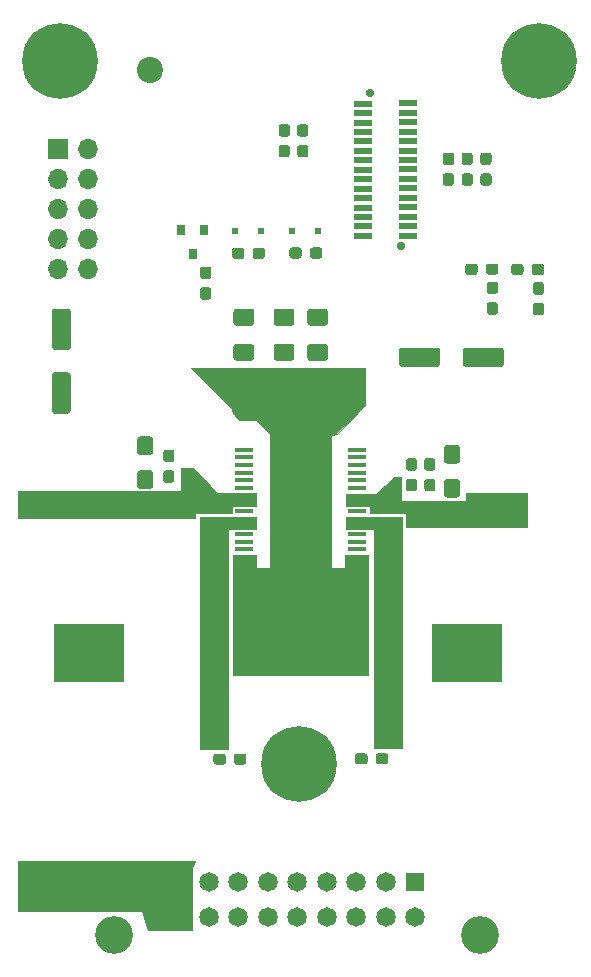
<source format=gbr>
G04 #@! TF.GenerationSoftware,KiCad,Pcbnew,(5.1.6)-1*
G04 #@! TF.CreationDate,2020-12-13T22:16:35+01:00*
G04 #@! TF.ProjectId,ETBC_2020,45544243-5f32-4303-9230-2e6b69636164,rev?*
G04 #@! TF.SameCoordinates,Original*
G04 #@! TF.FileFunction,Soldermask,Top*
G04 #@! TF.FilePolarity,Negative*
%FSLAX46Y46*%
G04 Gerber Fmt 4.6, Leading zero omitted, Abs format (unit mm)*
G04 Created by KiCad (PCBNEW (5.1.6)-1) date 2020-12-13 22:16:35*
%MOMM*%
%LPD*%
G01*
G04 APERTURE LIST*
%ADD10C,0.100000*%
%ADD11O,1.700000X1.700000*%
%ADD12R,1.700000X1.700000*%
%ADD13R,1.500000X0.550000*%
%ADD14C,0.700000*%
%ADD15C,2.200000*%
%ADD16R,1.650000X1.650000*%
%ADD17C,1.650000*%
%ADD18C,3.200000*%
%ADD19C,0.800000*%
%ADD20C,6.400000*%
%ADD21R,6.000000X5.000000*%
%ADD22R,0.800000X0.900000*%
%ADD23R,0.500000X0.500000*%
%ADD24R,1.650000X0.450000*%
%ADD25R,4.800000X5.900000*%
G04 APERTURE END LIST*
D10*
G36*
X96350000Y-68100000D02*
G01*
X93950000Y-68100000D01*
X93950000Y-86725000D01*
X91550000Y-86725000D01*
X91550000Y-67075000D01*
X96350000Y-67075000D01*
X96350000Y-68100000D01*
G37*
X96350000Y-68100000D02*
X93950000Y-68100000D01*
X93950000Y-86725000D01*
X91550000Y-86725000D01*
X91550000Y-67075000D01*
X96350000Y-67075000D01*
X96350000Y-68100000D01*
G36*
X105550000Y-57650000D02*
G01*
X103175000Y-60100000D01*
X102700000Y-60125000D01*
X102700000Y-71425000D01*
X103875000Y-71425000D01*
X103875000Y-70300000D01*
X105825000Y-70300000D01*
X105825000Y-80450000D01*
X94425000Y-80450000D01*
X94425000Y-70325000D01*
X96350000Y-70325000D01*
X96350000Y-71425000D01*
X97550000Y-71425000D01*
X97550000Y-60043750D01*
X96350000Y-58925000D01*
X94925000Y-58875000D01*
X94425000Y-58325000D01*
X94300000Y-57950000D01*
X90825000Y-54475000D01*
X105550000Y-54475000D01*
X105550000Y-57650000D01*
G37*
X105550000Y-57650000D02*
X103175000Y-60100000D01*
X102700000Y-60125000D01*
X102700000Y-71425000D01*
X103875000Y-71425000D01*
X103875000Y-70300000D01*
X105825000Y-70300000D01*
X105825000Y-80450000D01*
X94425000Y-80450000D01*
X94425000Y-70325000D01*
X96350000Y-70325000D01*
X96350000Y-71425000D01*
X97550000Y-71425000D01*
X97550000Y-60043750D01*
X96350000Y-58925000D01*
X94925000Y-58875000D01*
X94425000Y-58325000D01*
X94300000Y-57950000D01*
X90825000Y-54475000D01*
X105550000Y-54475000D01*
X105550000Y-57650000D01*
G36*
X90875000Y-96750000D02*
G01*
X90875000Y-102050000D01*
X87150000Y-102050000D01*
X86700000Y-100475000D01*
X76200000Y-100475000D01*
X76175000Y-96200000D01*
X91200000Y-96200000D01*
X90875000Y-96750000D01*
G37*
X90875000Y-96750000D02*
X90875000Y-102050000D01*
X87150000Y-102050000D01*
X86700000Y-100475000D01*
X76200000Y-100475000D01*
X76175000Y-96200000D01*
X91200000Y-96200000D01*
X90875000Y-96750000D01*
G36*
X108700000Y-86670000D02*
G01*
X106300000Y-86670000D01*
X106300000Y-68080000D01*
X103990000Y-68080000D01*
X103990000Y-67070000D01*
X108690000Y-67070000D01*
X108700000Y-86670000D01*
G37*
X108700000Y-86670000D02*
X106300000Y-86670000D01*
X106300000Y-68080000D01*
X103990000Y-68080000D01*
X103990000Y-67070000D01*
X108690000Y-67070000D01*
X108700000Y-86670000D01*
G36*
X108600000Y-65730000D02*
G01*
X114100000Y-65730000D01*
X114100000Y-65045000D01*
X119290000Y-65040000D01*
X119290000Y-67960000D01*
X109050000Y-67960000D01*
X109050000Y-66750000D01*
X105970000Y-66750000D01*
X105970000Y-66140000D01*
X103920000Y-66140000D01*
X103920000Y-65115000D01*
X106460000Y-65120000D01*
X108135000Y-63720000D01*
X108600000Y-63720000D01*
X108600000Y-65730000D01*
G37*
X108600000Y-65730000D02*
X114100000Y-65730000D01*
X114100000Y-65045000D01*
X119290000Y-65040000D01*
X119290000Y-67960000D01*
X109050000Y-67960000D01*
X109050000Y-66750000D01*
X105970000Y-66750000D01*
X105970000Y-66140000D01*
X103920000Y-66140000D01*
X103920000Y-65115000D01*
X106460000Y-65120000D01*
X108135000Y-63720000D01*
X108600000Y-63720000D01*
X108600000Y-65730000D01*
G36*
X93060000Y-65100000D02*
G01*
X96320000Y-65100000D01*
X96320000Y-66130000D01*
X94280000Y-66127500D01*
X94280000Y-66752500D01*
X91200000Y-66750000D01*
X91200000Y-67170000D01*
X76200000Y-67168750D01*
X76200000Y-64900000D01*
X89990000Y-64900000D01*
X89990000Y-62990000D01*
X90980000Y-62990000D01*
X93060000Y-65100000D01*
G37*
X93060000Y-65100000D02*
X96320000Y-65100000D01*
X96320000Y-66130000D01*
X94280000Y-66127500D01*
X94280000Y-66752500D01*
X91200000Y-66750000D01*
X91200000Y-67170000D01*
X76200000Y-67168750D01*
X76200000Y-64900000D01*
X89990000Y-64900000D01*
X89990000Y-62990000D01*
X90980000Y-62990000D01*
X93060000Y-65100000D01*
G36*
G01*
X111925000Y-53025000D02*
X111925000Y-54125000D01*
G75*
G02*
X111675000Y-54375000I-250000J0D01*
G01*
X108675000Y-54375000D01*
G75*
G02*
X108425000Y-54125000I0J250000D01*
G01*
X108425000Y-53025000D01*
G75*
G02*
X108675000Y-52775000I250000J0D01*
G01*
X111675000Y-52775000D01*
G75*
G02*
X111925000Y-53025000I0J-250000D01*
G01*
G37*
G36*
G01*
X117325000Y-53025000D02*
X117325000Y-54125000D01*
G75*
G02*
X117075000Y-54375000I-250000J0D01*
G01*
X114075000Y-54375000D01*
G75*
G02*
X113825000Y-54125000I0J250000D01*
G01*
X113825000Y-53025000D01*
G75*
G02*
X114075000Y-52775000I250000J0D01*
G01*
X117075000Y-52775000D01*
G75*
G02*
X117325000Y-53025000I0J-250000D01*
G01*
G37*
D11*
X82115000Y-46135000D03*
X79575000Y-46135000D03*
X82115000Y-43595000D03*
X79575000Y-43595000D03*
X82115000Y-41055000D03*
X79575000Y-41055000D03*
X82115000Y-38515000D03*
X79575000Y-38515000D03*
X82115000Y-35975000D03*
D12*
X79575000Y-35975000D03*
D13*
X109175000Y-32074600D03*
X105375000Y-32100000D03*
X109175000Y-32874600D03*
X105375000Y-32900000D03*
X109175000Y-33674600D03*
X105375000Y-33700000D03*
X109175000Y-34474600D03*
X105375000Y-34500000D03*
X109175000Y-35274600D03*
X105375000Y-35300000D03*
X109175000Y-36074600D03*
X105375000Y-36100000D03*
X109175000Y-36874600D03*
X105375000Y-36900000D03*
X109175000Y-37674600D03*
X105375000Y-37700000D03*
X109175000Y-38474600D03*
X105375000Y-38500000D03*
X109175000Y-39274600D03*
X105375000Y-39300000D03*
X109175000Y-40074600D03*
X105375000Y-40100000D03*
X109175000Y-40874600D03*
X105375000Y-40900000D03*
X109175000Y-41674600D03*
X105375000Y-41700000D03*
X109175000Y-42474600D03*
X105375000Y-42500000D03*
X109175000Y-43274600D03*
X105375000Y-43300000D03*
D14*
X105975000Y-31174600D03*
X108575000Y-44174600D03*
D15*
X87363000Y-29252600D03*
G36*
G01*
X114449900Y-37302500D02*
X113974900Y-37302500D01*
G75*
G02*
X113737400Y-37065000I0J237500D01*
G01*
X113737400Y-36490000D01*
G75*
G02*
X113974900Y-36252500I237500J0D01*
G01*
X114449900Y-36252500D01*
G75*
G02*
X114687400Y-36490000I0J-237500D01*
G01*
X114687400Y-37065000D01*
G75*
G02*
X114449900Y-37302500I-237500J0D01*
G01*
G37*
G36*
G01*
X114449900Y-39052500D02*
X113974900Y-39052500D01*
G75*
G02*
X113737400Y-38815000I0J237500D01*
G01*
X113737400Y-38240000D01*
G75*
G02*
X113974900Y-38002500I237500J0D01*
G01*
X114449900Y-38002500D01*
G75*
G02*
X114687400Y-38240000I0J-237500D01*
G01*
X114687400Y-38815000D01*
G75*
G02*
X114449900Y-39052500I-237500J0D01*
G01*
G37*
D16*
X109825000Y-97975000D03*
D17*
X107325000Y-97975000D03*
X104825000Y-97975000D03*
X102325000Y-97975000D03*
X99825000Y-97975000D03*
X97325000Y-97975000D03*
X94825000Y-97975000D03*
X92325000Y-97975000D03*
X89825000Y-97975000D03*
X109825000Y-100975000D03*
X107325000Y-100975000D03*
X104825000Y-100975000D03*
D18*
X84325000Y-102475000D03*
X115325000Y-102475000D03*
D17*
X102325000Y-100975000D03*
X99825000Y-100975000D03*
X97325000Y-100975000D03*
X94825000Y-100975000D03*
X92325000Y-100975000D03*
X89825000Y-100975000D03*
D19*
X101697056Y-86302944D03*
X100000000Y-85600000D03*
X98302944Y-86302944D03*
X97600000Y-88000000D03*
X98302944Y-89697056D03*
X100000000Y-90400000D03*
X101697056Y-89697056D03*
X102400000Y-88000000D03*
D20*
X100000000Y-88000000D03*
D21*
X82200000Y-78575000D03*
X114200000Y-78575000D03*
D19*
X121997056Y-26802944D03*
X120300000Y-26100000D03*
X118602944Y-26802944D03*
X117900000Y-28500000D03*
X118602944Y-30197056D03*
X120300000Y-30900000D03*
X121997056Y-30197056D03*
X122700000Y-28500000D03*
D20*
X120300000Y-28500000D03*
D19*
X81397056Y-26802944D03*
X79700000Y-26100000D03*
X78002944Y-26802944D03*
X77300000Y-28500000D03*
X78002944Y-30197056D03*
X79700000Y-30900000D03*
X81397056Y-30197056D03*
X82100000Y-28500000D03*
D20*
X79700000Y-28500000D03*
G36*
G01*
X100537500Y-34900000D02*
X100062500Y-34900000D01*
G75*
G02*
X99825000Y-34662500I0J237500D01*
G01*
X99825000Y-34087500D01*
G75*
G02*
X100062500Y-33850000I237500J0D01*
G01*
X100537500Y-33850000D01*
G75*
G02*
X100775000Y-34087500I0J-237500D01*
G01*
X100775000Y-34662500D01*
G75*
G02*
X100537500Y-34900000I-237500J0D01*
G01*
G37*
G36*
G01*
X100537500Y-36650000D02*
X100062500Y-36650000D01*
G75*
G02*
X99825000Y-36412500I0J237500D01*
G01*
X99825000Y-35837500D01*
G75*
G02*
X100062500Y-35600000I237500J0D01*
G01*
X100537500Y-35600000D01*
G75*
G02*
X100775000Y-35837500I0J-237500D01*
G01*
X100775000Y-36412500D01*
G75*
G02*
X100537500Y-36650000I-237500J0D01*
G01*
G37*
G36*
G01*
X98962500Y-34900000D02*
X98487500Y-34900000D01*
G75*
G02*
X98250000Y-34662500I0J237500D01*
G01*
X98250000Y-34087500D01*
G75*
G02*
X98487500Y-33850000I237500J0D01*
G01*
X98962500Y-33850000D01*
G75*
G02*
X99200000Y-34087500I0J-237500D01*
G01*
X99200000Y-34662500D01*
G75*
G02*
X98962500Y-34900000I-237500J0D01*
G01*
G37*
G36*
G01*
X98962500Y-36650000D02*
X98487500Y-36650000D01*
G75*
G02*
X98250000Y-36412500I0J237500D01*
G01*
X98250000Y-35837500D01*
G75*
G02*
X98487500Y-35600000I237500J0D01*
G01*
X98962500Y-35600000D01*
G75*
G02*
X99200000Y-35837500I0J-237500D01*
G01*
X99200000Y-36412500D01*
G75*
G02*
X98962500Y-36650000I-237500J0D01*
G01*
G37*
G36*
G01*
X113350001Y-62575000D02*
X112499999Y-62575000D01*
G75*
G02*
X112250000Y-62325001I0J249999D01*
G01*
X112250000Y-61249999D01*
G75*
G02*
X112499999Y-61000000I249999J0D01*
G01*
X113350001Y-61000000D01*
G75*
G02*
X113600000Y-61249999I0J-249999D01*
G01*
X113600000Y-62325001D01*
G75*
G02*
X113350001Y-62575000I-249999J0D01*
G01*
G37*
G36*
G01*
X113350001Y-65450000D02*
X112499999Y-65450000D01*
G75*
G02*
X112250000Y-65200001I0J249999D01*
G01*
X112250000Y-64124999D01*
G75*
G02*
X112499999Y-63875000I249999J0D01*
G01*
X113350001Y-63875000D01*
G75*
G02*
X113600000Y-64124999I0J-249999D01*
G01*
X113600000Y-65200001D01*
G75*
G02*
X113350001Y-65450000I-249999J0D01*
G01*
G37*
G36*
G01*
X87380001Y-61850000D02*
X86529999Y-61850000D01*
G75*
G02*
X86280000Y-61600001I0J249999D01*
G01*
X86280000Y-60524999D01*
G75*
G02*
X86529999Y-60275000I249999J0D01*
G01*
X87380001Y-60275000D01*
G75*
G02*
X87630000Y-60524999I0J-249999D01*
G01*
X87630000Y-61600001D01*
G75*
G02*
X87380001Y-61850000I-249999J0D01*
G01*
G37*
G36*
G01*
X87380001Y-64725000D02*
X86529999Y-64725000D01*
G75*
G02*
X86280000Y-64475001I0J249999D01*
G01*
X86280000Y-63399999D01*
G75*
G02*
X86529999Y-63150000I249999J0D01*
G01*
X87380001Y-63150000D01*
G75*
G02*
X87630000Y-63399999I0J-249999D01*
G01*
X87630000Y-64475001D01*
G75*
G02*
X87380001Y-64725000I-249999J0D01*
G01*
G37*
G36*
G01*
X80400000Y-52950000D02*
X79300000Y-52950000D01*
G75*
G02*
X79050000Y-52700000I0J250000D01*
G01*
X79050000Y-49700000D01*
G75*
G02*
X79300000Y-49450000I250000J0D01*
G01*
X80400000Y-49450000D01*
G75*
G02*
X80650000Y-49700000I0J-250000D01*
G01*
X80650000Y-52700000D01*
G75*
G02*
X80400000Y-52950000I-250000J0D01*
G01*
G37*
G36*
G01*
X80400000Y-58350000D02*
X79300000Y-58350000D01*
G75*
G02*
X79050000Y-58100000I0J250000D01*
G01*
X79050000Y-55100000D01*
G75*
G02*
X79300000Y-54850000I250000J0D01*
G01*
X80400000Y-54850000D01*
G75*
G02*
X80650000Y-55100000I0J-250000D01*
G01*
X80650000Y-58100000D01*
G75*
G02*
X80400000Y-58350000I-250000J0D01*
G01*
G37*
G36*
G01*
X95925000Y-50900000D02*
X94675000Y-50900000D01*
G75*
G02*
X94425000Y-50650000I0J250000D01*
G01*
X94425000Y-49725000D01*
G75*
G02*
X94675000Y-49475000I250000J0D01*
G01*
X95925000Y-49475000D01*
G75*
G02*
X96175000Y-49725000I0J-250000D01*
G01*
X96175000Y-50650000D01*
G75*
G02*
X95925000Y-50900000I-250000J0D01*
G01*
G37*
G36*
G01*
X95925000Y-53875000D02*
X94675000Y-53875000D01*
G75*
G02*
X94425000Y-53625000I0J250000D01*
G01*
X94425000Y-52700000D01*
G75*
G02*
X94675000Y-52450000I250000J0D01*
G01*
X95925000Y-52450000D01*
G75*
G02*
X96175000Y-52700000I0J-250000D01*
G01*
X96175000Y-53625000D01*
G75*
G02*
X95925000Y-53875000I-250000J0D01*
G01*
G37*
G36*
G01*
X100927200Y-52450000D02*
X102177200Y-52450000D01*
G75*
G02*
X102427200Y-52700000I0J-250000D01*
G01*
X102427200Y-53625000D01*
G75*
G02*
X102177200Y-53875000I-250000J0D01*
G01*
X100927200Y-53875000D01*
G75*
G02*
X100677200Y-53625000I0J250000D01*
G01*
X100677200Y-52700000D01*
G75*
G02*
X100927200Y-52450000I250000J0D01*
G01*
G37*
G36*
G01*
X100927200Y-49475000D02*
X102177200Y-49475000D01*
G75*
G02*
X102427200Y-49725000I0J-250000D01*
G01*
X102427200Y-50650000D01*
G75*
G02*
X102177200Y-50900000I-250000J0D01*
G01*
X100927200Y-50900000D01*
G75*
G02*
X100677200Y-50650000I0J250000D01*
G01*
X100677200Y-49725000D01*
G75*
G02*
X100927200Y-49475000I250000J0D01*
G01*
G37*
G36*
G01*
X98075000Y-52450000D02*
X99325000Y-52450000D01*
G75*
G02*
X99575000Y-52700000I0J-250000D01*
G01*
X99575000Y-53625000D01*
G75*
G02*
X99325000Y-53875000I-250000J0D01*
G01*
X98075000Y-53875000D01*
G75*
G02*
X97825000Y-53625000I0J250000D01*
G01*
X97825000Y-52700000D01*
G75*
G02*
X98075000Y-52450000I250000J0D01*
G01*
G37*
G36*
G01*
X98075000Y-49475000D02*
X99325000Y-49475000D01*
G75*
G02*
X99575000Y-49725000I0J-250000D01*
G01*
X99575000Y-50650000D01*
G75*
G02*
X99325000Y-50900000I-250000J0D01*
G01*
X98075000Y-50900000D01*
G75*
G02*
X97825000Y-50650000I0J250000D01*
G01*
X97825000Y-49725000D01*
G75*
G02*
X98075000Y-49475000I250000J0D01*
G01*
G37*
G36*
G01*
X91837500Y-47650000D02*
X92312500Y-47650000D01*
G75*
G02*
X92550000Y-47887500I0J-237500D01*
G01*
X92550000Y-48462500D01*
G75*
G02*
X92312500Y-48700000I-237500J0D01*
G01*
X91837500Y-48700000D01*
G75*
G02*
X91600000Y-48462500I0J237500D01*
G01*
X91600000Y-47887500D01*
G75*
G02*
X91837500Y-47650000I237500J0D01*
G01*
G37*
G36*
G01*
X91837500Y-45900000D02*
X92312500Y-45900000D01*
G75*
G02*
X92550000Y-46137500I0J-237500D01*
G01*
X92550000Y-46712500D01*
G75*
G02*
X92312500Y-46950000I-237500J0D01*
G01*
X91837500Y-46950000D01*
G75*
G02*
X91600000Y-46712500I0J237500D01*
G01*
X91600000Y-46137500D01*
G75*
G02*
X91837500Y-45900000I237500J0D01*
G01*
G37*
D22*
X90975000Y-44800000D03*
X90025000Y-42800000D03*
X91925000Y-42800000D03*
D23*
X96725000Y-42875000D03*
X94525000Y-42875000D03*
X99400000Y-42925000D03*
X101600000Y-42925000D03*
D24*
X95350000Y-61400000D03*
X95350000Y-62050000D03*
X95350000Y-62700000D03*
X95350000Y-63350000D03*
X95350000Y-64000000D03*
X95350000Y-64650000D03*
X95350000Y-65300000D03*
X95350000Y-65950000D03*
X95350000Y-66600000D03*
X95350000Y-67250000D03*
X95350000Y-67900000D03*
X95350000Y-68550000D03*
X95350000Y-69200000D03*
X95350000Y-69850000D03*
X95350000Y-70500000D03*
X95350000Y-71150000D03*
X104900000Y-71150000D03*
X104900000Y-70500000D03*
X104900000Y-69850000D03*
X104900000Y-69200000D03*
X104900000Y-68550000D03*
X104900000Y-67900000D03*
X104900000Y-67250000D03*
X104900000Y-66600000D03*
X104900000Y-65950000D03*
X104900000Y-65300000D03*
X104900000Y-64650000D03*
X104900000Y-64000000D03*
X104900000Y-63350000D03*
X104900000Y-62700000D03*
X104900000Y-62050000D03*
X104900000Y-61400000D03*
D25*
X100125000Y-66275000D03*
G36*
G01*
X116037500Y-37300000D02*
X115562500Y-37300000D01*
G75*
G02*
X115325000Y-37062500I0J237500D01*
G01*
X115325000Y-36487500D01*
G75*
G02*
X115562500Y-36250000I237500J0D01*
G01*
X116037500Y-36250000D01*
G75*
G02*
X116275000Y-36487500I0J-237500D01*
G01*
X116275000Y-37062500D01*
G75*
G02*
X116037500Y-37300000I-237500J0D01*
G01*
G37*
G36*
G01*
X116037500Y-39050000D02*
X115562500Y-39050000D01*
G75*
G02*
X115325000Y-38812500I0J237500D01*
G01*
X115325000Y-38237500D01*
G75*
G02*
X115562500Y-38000000I237500J0D01*
G01*
X116037500Y-38000000D01*
G75*
G02*
X116275000Y-38237500I0J-237500D01*
G01*
X116275000Y-38812500D01*
G75*
G02*
X116037500Y-39050000I-237500J0D01*
G01*
G37*
G36*
G01*
X95350000Y-44537500D02*
X95350000Y-45012500D01*
G75*
G02*
X95112500Y-45250000I-237500J0D01*
G01*
X94537500Y-45250000D01*
G75*
G02*
X94300000Y-45012500I0J237500D01*
G01*
X94300000Y-44537500D01*
G75*
G02*
X94537500Y-44300000I237500J0D01*
G01*
X95112500Y-44300000D01*
G75*
G02*
X95350000Y-44537500I0J-237500D01*
G01*
G37*
G36*
G01*
X97100000Y-44537500D02*
X97100000Y-45012500D01*
G75*
G02*
X96862500Y-45250000I-237500J0D01*
G01*
X96287500Y-45250000D01*
G75*
G02*
X96050000Y-45012500I0J237500D01*
G01*
X96050000Y-44537500D01*
G75*
G02*
X96287500Y-44300000I237500J0D01*
G01*
X96862500Y-44300000D01*
G75*
G02*
X97100000Y-44537500I0J-237500D01*
G01*
G37*
G36*
G01*
X100900000Y-44987500D02*
X100900000Y-44512500D01*
G75*
G02*
X101137500Y-44275000I237500J0D01*
G01*
X101712500Y-44275000D01*
G75*
G02*
X101950000Y-44512500I0J-237500D01*
G01*
X101950000Y-44987500D01*
G75*
G02*
X101712500Y-45225000I-237500J0D01*
G01*
X101137500Y-45225000D01*
G75*
G02*
X100900000Y-44987500I0J237500D01*
G01*
G37*
G36*
G01*
X99150000Y-44987500D02*
X99150000Y-44512500D01*
G75*
G02*
X99387500Y-44275000I237500J0D01*
G01*
X99962500Y-44275000D01*
G75*
G02*
X100200000Y-44512500I0J-237500D01*
G01*
X100200000Y-44987500D01*
G75*
G02*
X99962500Y-45225000I-237500J0D01*
G01*
X99387500Y-45225000D01*
G75*
G02*
X99150000Y-44987500I0J237500D01*
G01*
G37*
G36*
G01*
X116116000Y-48916400D02*
X116591000Y-48916400D01*
G75*
G02*
X116828500Y-49153900I0J-237500D01*
G01*
X116828500Y-49728900D01*
G75*
G02*
X116591000Y-49966400I-237500J0D01*
G01*
X116116000Y-49966400D01*
G75*
G02*
X115878500Y-49728900I0J237500D01*
G01*
X115878500Y-49153900D01*
G75*
G02*
X116116000Y-48916400I237500J0D01*
G01*
G37*
G36*
G01*
X116116000Y-47166400D02*
X116591000Y-47166400D01*
G75*
G02*
X116828500Y-47403900I0J-237500D01*
G01*
X116828500Y-47978900D01*
G75*
G02*
X116591000Y-48216400I-237500J0D01*
G01*
X116116000Y-48216400D01*
G75*
G02*
X115878500Y-47978900I0J237500D01*
G01*
X115878500Y-47403900D01*
G75*
G02*
X116116000Y-47166400I237500J0D01*
G01*
G37*
G36*
G01*
X120012500Y-48975000D02*
X120487500Y-48975000D01*
G75*
G02*
X120725000Y-49212500I0J-237500D01*
G01*
X120725000Y-49787500D01*
G75*
G02*
X120487500Y-50025000I-237500J0D01*
G01*
X120012500Y-50025000D01*
G75*
G02*
X119775000Y-49787500I0J237500D01*
G01*
X119775000Y-49212500D01*
G75*
G02*
X120012500Y-48975000I237500J0D01*
G01*
G37*
G36*
G01*
X120012500Y-47225000D02*
X120487500Y-47225000D01*
G75*
G02*
X120725000Y-47462500I0J-237500D01*
G01*
X120725000Y-48037500D01*
G75*
G02*
X120487500Y-48275000I-237500J0D01*
G01*
X120012500Y-48275000D01*
G75*
G02*
X119775000Y-48037500I0J237500D01*
G01*
X119775000Y-47462500D01*
G75*
G02*
X120012500Y-47225000I237500J0D01*
G01*
G37*
G36*
G01*
X111287500Y-63175000D02*
X110812500Y-63175000D01*
G75*
G02*
X110575000Y-62937500I0J237500D01*
G01*
X110575000Y-62362500D01*
G75*
G02*
X110812500Y-62125000I237500J0D01*
G01*
X111287500Y-62125000D01*
G75*
G02*
X111525000Y-62362500I0J-237500D01*
G01*
X111525000Y-62937500D01*
G75*
G02*
X111287500Y-63175000I-237500J0D01*
G01*
G37*
G36*
G01*
X111287500Y-64925000D02*
X110812500Y-64925000D01*
G75*
G02*
X110575000Y-64687500I0J237500D01*
G01*
X110575000Y-64112500D01*
G75*
G02*
X110812500Y-63875000I237500J0D01*
G01*
X111287500Y-63875000D01*
G75*
G02*
X111525000Y-64112500I0J-237500D01*
G01*
X111525000Y-64687500D01*
G75*
G02*
X111287500Y-64925000I-237500J0D01*
G01*
G37*
G36*
G01*
X109737500Y-63175000D02*
X109262500Y-63175000D01*
G75*
G02*
X109025000Y-62937500I0J237500D01*
G01*
X109025000Y-62362500D01*
G75*
G02*
X109262500Y-62125000I237500J0D01*
G01*
X109737500Y-62125000D01*
G75*
G02*
X109975000Y-62362500I0J-237500D01*
G01*
X109975000Y-62937500D01*
G75*
G02*
X109737500Y-63175000I-237500J0D01*
G01*
G37*
G36*
G01*
X109737500Y-64925000D02*
X109262500Y-64925000D01*
G75*
G02*
X109025000Y-64687500I0J237500D01*
G01*
X109025000Y-64112500D01*
G75*
G02*
X109262500Y-63875000I237500J0D01*
G01*
X109737500Y-63875000D01*
G75*
G02*
X109975000Y-64112500I0J-237500D01*
G01*
X109975000Y-64687500D01*
G75*
G02*
X109737500Y-64925000I-237500J0D01*
G01*
G37*
G36*
G01*
X105775000Y-87337500D02*
X105775000Y-87812500D01*
G75*
G02*
X105537500Y-88050000I-237500J0D01*
G01*
X104962500Y-88050000D01*
G75*
G02*
X104725000Y-87812500I0J237500D01*
G01*
X104725000Y-87337500D01*
G75*
G02*
X104962500Y-87100000I237500J0D01*
G01*
X105537500Y-87100000D01*
G75*
G02*
X105775000Y-87337500I0J-237500D01*
G01*
G37*
G36*
G01*
X107525000Y-87337500D02*
X107525000Y-87812500D01*
G75*
G02*
X107287500Y-88050000I-237500J0D01*
G01*
X106712500Y-88050000D01*
G75*
G02*
X106475000Y-87812500I0J237500D01*
G01*
X106475000Y-87337500D01*
G75*
G02*
X106712500Y-87100000I237500J0D01*
G01*
X107287500Y-87100000D01*
G75*
G02*
X107525000Y-87337500I0J-237500D01*
G01*
G37*
G36*
G01*
X94475000Y-87837500D02*
X94475000Y-87362500D01*
G75*
G02*
X94712500Y-87125000I237500J0D01*
G01*
X95287500Y-87125000D01*
G75*
G02*
X95525000Y-87362500I0J-237500D01*
G01*
X95525000Y-87837500D01*
G75*
G02*
X95287500Y-88075000I-237500J0D01*
G01*
X94712500Y-88075000D01*
G75*
G02*
X94475000Y-87837500I0J237500D01*
G01*
G37*
G36*
G01*
X92725000Y-87837500D02*
X92725000Y-87362500D01*
G75*
G02*
X92962500Y-87125000I237500J0D01*
G01*
X93537500Y-87125000D01*
G75*
G02*
X93775000Y-87362500I0J-237500D01*
G01*
X93775000Y-87837500D01*
G75*
G02*
X93537500Y-88075000I-237500J0D01*
G01*
X92962500Y-88075000D01*
G75*
G02*
X92725000Y-87837500I0J237500D01*
G01*
G37*
G36*
G01*
X89192500Y-62450000D02*
X88717500Y-62450000D01*
G75*
G02*
X88480000Y-62212500I0J237500D01*
G01*
X88480000Y-61637500D01*
G75*
G02*
X88717500Y-61400000I237500J0D01*
G01*
X89192500Y-61400000D01*
G75*
G02*
X89430000Y-61637500I0J-237500D01*
G01*
X89430000Y-62212500D01*
G75*
G02*
X89192500Y-62450000I-237500J0D01*
G01*
G37*
G36*
G01*
X89192500Y-64200000D02*
X88717500Y-64200000D01*
G75*
G02*
X88480000Y-63962500I0J237500D01*
G01*
X88480000Y-63387500D01*
G75*
G02*
X88717500Y-63150000I237500J0D01*
G01*
X89192500Y-63150000D01*
G75*
G02*
X89430000Y-63387500I0J-237500D01*
G01*
X89430000Y-63962500D01*
G75*
G02*
X89192500Y-64200000I-237500J0D01*
G01*
G37*
G36*
G01*
X112862400Y-37301200D02*
X112387400Y-37301200D01*
G75*
G02*
X112149900Y-37063700I0J237500D01*
G01*
X112149900Y-36488700D01*
G75*
G02*
X112387400Y-36251200I237500J0D01*
G01*
X112862400Y-36251200D01*
G75*
G02*
X113099900Y-36488700I0J-237500D01*
G01*
X113099900Y-37063700D01*
G75*
G02*
X112862400Y-37301200I-237500J0D01*
G01*
G37*
G36*
G01*
X112862400Y-39051200D02*
X112387400Y-39051200D01*
G75*
G02*
X112149900Y-38813700I0J237500D01*
G01*
X112149900Y-38238700D01*
G75*
G02*
X112387400Y-38001200I237500J0D01*
G01*
X112862400Y-38001200D01*
G75*
G02*
X113099900Y-38238700I0J-237500D01*
G01*
X113099900Y-38813700D01*
G75*
G02*
X112862400Y-39051200I-237500J0D01*
G01*
G37*
G36*
G01*
X115100500Y-45877800D02*
X115100500Y-46352800D01*
G75*
G02*
X114863000Y-46590300I-237500J0D01*
G01*
X114288000Y-46590300D01*
G75*
G02*
X114050500Y-46352800I0J237500D01*
G01*
X114050500Y-45877800D01*
G75*
G02*
X114288000Y-45640300I237500J0D01*
G01*
X114863000Y-45640300D01*
G75*
G02*
X115100500Y-45877800I0J-237500D01*
G01*
G37*
G36*
G01*
X116850500Y-45877800D02*
X116850500Y-46352800D01*
G75*
G02*
X116613000Y-46590300I-237500J0D01*
G01*
X116038000Y-46590300D01*
G75*
G02*
X115800500Y-46352800I0J237500D01*
G01*
X115800500Y-45877800D01*
G75*
G02*
X116038000Y-45640300I237500J0D01*
G01*
X116613000Y-45640300D01*
G75*
G02*
X116850500Y-45877800I0J-237500D01*
G01*
G37*
G36*
G01*
X118982200Y-45903200D02*
X118982200Y-46378200D01*
G75*
G02*
X118744700Y-46615700I-237500J0D01*
G01*
X118169700Y-46615700D01*
G75*
G02*
X117932200Y-46378200I0J237500D01*
G01*
X117932200Y-45903200D01*
G75*
G02*
X118169700Y-45665700I237500J0D01*
G01*
X118744700Y-45665700D01*
G75*
G02*
X118982200Y-45903200I0J-237500D01*
G01*
G37*
G36*
G01*
X120732200Y-45903200D02*
X120732200Y-46378200D01*
G75*
G02*
X120494700Y-46615700I-237500J0D01*
G01*
X119919700Y-46615700D01*
G75*
G02*
X119682200Y-46378200I0J237500D01*
G01*
X119682200Y-45903200D01*
G75*
G02*
X119919700Y-45665700I237500J0D01*
G01*
X120494700Y-45665700D01*
G75*
G02*
X120732200Y-45903200I0J-237500D01*
G01*
G37*
M02*

</source>
